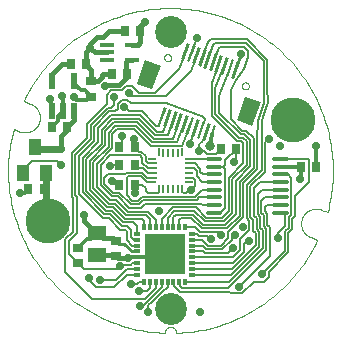
<source format=gtl>
G75*
%MOIN*%
%OFA0B0*%
%FSLAX25Y25*%
%IPPOS*%
%LPD*%
%AMOC8*
5,1,8,0,0,1.08239X$1,22.5*
%
%ADD10C,0.00004*%
%ADD11C,0.00000*%
%ADD12R,0.02756X0.03543*%
%ADD13R,0.05906X0.05118*%
%ADD14R,0.03543X0.02756*%
%ADD15R,0.02362X0.01181*%
%ADD16R,0.01181X0.02362*%
%ADD17R,0.13583X0.13583*%
%ADD18R,0.00800X0.02520*%
%ADD19R,0.00800X0.02600*%
%ADD20R,0.02520X0.00800*%
%ADD21R,0.02600X0.00800*%
%ADD22R,0.04600X0.01400*%
%ADD23C,0.01378*%
%ADD24C,0.14961*%
%ADD25R,0.00984X0.05906*%
%ADD26R,0.08268X0.05512*%
%ADD27R,0.02000X0.05200*%
%ADD28R,0.03937X0.05512*%
%ADD29C,0.01600*%
%ADD30C,0.02775*%
%ADD31C,0.01200*%
%ADD32C,0.00600*%
%ADD33C,0.01000*%
%ADD34C,0.03169*%
%ADD35C,0.10630*%
%ADD36C,0.02400*%
D10*
X0053807Y0001002D02*
X0053811Y0001089D01*
X0053818Y0001176D01*
X0053829Y0001263D01*
X0053845Y0001349D01*
X0053863Y0001434D01*
X0053886Y0001518D01*
X0053912Y0001602D01*
X0053942Y0001684D01*
X0053976Y0001764D01*
X0054013Y0001843D01*
X0054054Y0001921D01*
X0054098Y0001996D01*
X0054145Y0002069D01*
X0054196Y0002141D01*
X0054249Y0002210D01*
X0054306Y0002276D01*
X0054366Y0002340D01*
X0054428Y0002401D01*
X0054493Y0002459D01*
X0054560Y0002515D01*
X0054630Y0002567D01*
X0054702Y0002617D01*
X0054777Y0002663D01*
X0054853Y0002705D01*
X0054931Y0002744D01*
X0055011Y0002780D01*
X0055092Y0002812D01*
X0055174Y0002841D01*
X0055258Y0002866D01*
X0055343Y0002887D01*
X0055428Y0002904D01*
X0055515Y0002918D01*
X0055602Y0002927D01*
X0055689Y0002933D01*
X0055776Y0002935D01*
X0055863Y0002933D01*
X0055950Y0002927D01*
X0056037Y0002918D01*
X0056124Y0002904D01*
X0056209Y0002887D01*
X0056294Y0002866D01*
X0056378Y0002841D01*
X0056460Y0002812D01*
X0056541Y0002780D01*
X0056621Y0002744D01*
X0056699Y0002705D01*
X0056775Y0002663D01*
X0056850Y0002617D01*
X0056922Y0002567D01*
X0056992Y0002515D01*
X0057059Y0002459D01*
X0057124Y0002401D01*
X0057186Y0002340D01*
X0057246Y0002276D01*
X0057303Y0002210D01*
X0057356Y0002141D01*
X0057407Y0002069D01*
X0057454Y0001996D01*
X0057498Y0001921D01*
X0057539Y0001843D01*
X0057576Y0001764D01*
X0057610Y0001684D01*
X0057640Y0001602D01*
X0057666Y0001518D01*
X0057689Y0001434D01*
X0057707Y0001349D01*
X0057723Y0001263D01*
X0057734Y0001176D01*
X0057741Y0001089D01*
X0057745Y0001002D01*
X0102557Y0032836D02*
X0104751Y0032037D01*
X0102557Y0032836D02*
X0102427Y0032885D01*
X0102298Y0032938D01*
X0102171Y0032995D01*
X0102045Y0033056D01*
X0101922Y0033119D01*
X0101800Y0033187D01*
X0101680Y0033258D01*
X0101562Y0033332D01*
X0101446Y0033409D01*
X0101333Y0033490D01*
X0101221Y0033574D01*
X0101113Y0033661D01*
X0101006Y0033751D01*
X0100903Y0033844D01*
X0100802Y0033940D01*
X0100703Y0034038D01*
X0100608Y0034140D01*
X0100515Y0034244D01*
X0100426Y0034351D01*
X0100339Y0034460D01*
X0100256Y0034571D01*
X0100176Y0034685D01*
X0100099Y0034801D01*
X0100025Y0034920D01*
X0099955Y0035040D01*
X0099888Y0035162D01*
X0099825Y0035286D01*
X0099765Y0035412D01*
X0099709Y0035539D01*
X0099657Y0035668D01*
X0099608Y0035799D01*
X0099563Y0035930D01*
X0099521Y0036063D01*
X0099484Y0036198D01*
X0099450Y0036333D01*
X0099420Y0036469D01*
X0099394Y0036605D01*
X0099372Y0036743D01*
X0099353Y0036881D01*
X0099339Y0037020D01*
X0099328Y0037158D01*
X0099322Y0037298D01*
X0099319Y0037437D01*
X0099320Y0037576D01*
X0099326Y0037715D01*
X0099335Y0037854D01*
X0099348Y0037993D01*
X0099365Y0038131D01*
X0099386Y0038269D01*
X0099411Y0038406D01*
X0099439Y0038542D01*
X0099472Y0038678D01*
X0099508Y0038812D01*
X0099549Y0038945D01*
X0099592Y0039077D01*
X0099640Y0039208D01*
X0099691Y0039338D01*
X0099746Y0039466D01*
X0099805Y0039592D01*
X0099867Y0039717D01*
X0099933Y0039840D01*
X0100002Y0039961D01*
X0100074Y0040080D01*
X0100150Y0040196D01*
X0100229Y0040311D01*
X0100311Y0040423D01*
X0100397Y0040533D01*
X0100485Y0040641D01*
X0100577Y0040746D01*
X0100671Y0040848D01*
X0100769Y0040948D01*
X0100869Y0041045D01*
X0100971Y0041139D01*
X0101077Y0041230D01*
X0101185Y0041318D01*
X0101295Y0041403D01*
X0101408Y0041484D01*
X0101523Y0041563D01*
X0101640Y0041638D01*
X0101759Y0041710D01*
X0101881Y0041779D01*
X0102004Y0041844D01*
X0102129Y0041905D01*
X0102255Y0041963D01*
X0102384Y0042017D01*
X0102513Y0042068D01*
X0102644Y0042115D01*
X0102777Y0042158D01*
X0102910Y0042198D01*
X0103045Y0042234D01*
X0103181Y0042266D01*
X0103317Y0042294D01*
X0103454Y0042318D01*
X0103592Y0042338D01*
X0103730Y0042355D01*
X0103869Y0042367D01*
X0104008Y0042376D01*
X0104147Y0042380D01*
X0104286Y0042381D01*
X0104426Y0042377D01*
X0104565Y0042370D01*
X0104704Y0042359D01*
X0104842Y0042344D01*
X0104980Y0042325D01*
X0105117Y0042302D01*
X0105254Y0042275D01*
X0105390Y0042245D01*
X0105525Y0042210D01*
X0105659Y0042172D01*
X0105792Y0042130D01*
X0105923Y0042084D01*
X0105923Y0042085D02*
X0108117Y0041286D01*
X0053808Y0001002D02*
X0052498Y0001065D01*
X0051190Y0001161D01*
X0049885Y0001287D01*
X0048583Y0001446D01*
X0047286Y0001636D01*
X0045994Y0001857D01*
X0044707Y0002110D01*
X0043427Y0002393D01*
X0042154Y0002708D01*
X0040889Y0003053D01*
X0039633Y0003429D01*
X0038386Y0003835D01*
X0037149Y0004271D01*
X0035924Y0004737D01*
X0034710Y0005233D01*
X0033508Y0005758D01*
X0032320Y0006312D01*
X0031145Y0006894D01*
X0029985Y0007505D01*
X0028840Y0008143D01*
X0027710Y0008810D01*
X0026597Y0009503D01*
X0025501Y0010223D01*
X0024423Y0010969D01*
X0023364Y0011742D01*
X0022323Y0012540D01*
X0021302Y0013362D01*
X0020301Y0014209D01*
X0019321Y0015081D01*
X0018363Y0015975D01*
X0017426Y0016893D01*
X0016512Y0017833D01*
X0015621Y0018795D01*
X0014753Y0019778D01*
X0013910Y0020782D01*
X0013091Y0021806D01*
X0012297Y0022850D01*
X0011529Y0023912D01*
X0010786Y0024993D01*
X0010070Y0026091D01*
X0009381Y0027207D01*
X0008719Y0028339D01*
X0008085Y0029486D01*
X0007479Y0030649D01*
X0006901Y0031826D01*
X0006351Y0033016D01*
X0005831Y0034220D01*
X0005340Y0035436D01*
X0004878Y0036663D01*
X0004447Y0037901D01*
X0004045Y0039150D01*
X0003674Y0040407D01*
X0003334Y0041673D01*
X0003024Y0042947D01*
X0002745Y0044229D01*
X0002497Y0045516D01*
X0002281Y0046809D01*
X0002096Y0048108D01*
X0001942Y0049410D01*
X0001820Y0050715D01*
X0001729Y0052023D01*
X0001671Y0053333D01*
X0001644Y0054644D01*
X0001649Y0055955D01*
X0001685Y0057266D01*
X0001754Y0058576D01*
X0001854Y0059883D01*
X0001985Y0061188D01*
X0002149Y0062489D01*
X0002343Y0063785D01*
X0002569Y0065077D01*
X0002827Y0066363D01*
X0003115Y0067642D01*
X0003434Y0068914D01*
X0005628Y0068115D01*
X0005628Y0068116D02*
X0005759Y0068070D01*
X0005892Y0068028D01*
X0006026Y0067990D01*
X0006161Y0067955D01*
X0006297Y0067925D01*
X0006434Y0067898D01*
X0006571Y0067875D01*
X0006709Y0067856D01*
X0006847Y0067841D01*
X0006986Y0067830D01*
X0007125Y0067823D01*
X0007265Y0067819D01*
X0007404Y0067820D01*
X0007543Y0067824D01*
X0007682Y0067833D01*
X0007821Y0067845D01*
X0007959Y0067862D01*
X0008097Y0067882D01*
X0008234Y0067906D01*
X0008370Y0067934D01*
X0008506Y0067966D01*
X0008641Y0068002D01*
X0008774Y0068042D01*
X0008907Y0068085D01*
X0009038Y0068132D01*
X0009167Y0068183D01*
X0009296Y0068237D01*
X0009422Y0068295D01*
X0009547Y0068356D01*
X0009670Y0068421D01*
X0009792Y0068490D01*
X0009911Y0068562D01*
X0010028Y0068637D01*
X0010143Y0068716D01*
X0010256Y0068797D01*
X0010366Y0068882D01*
X0010474Y0068970D01*
X0010580Y0069061D01*
X0010682Y0069155D01*
X0010782Y0069252D01*
X0010880Y0069352D01*
X0010974Y0069454D01*
X0011066Y0069559D01*
X0011154Y0069667D01*
X0011240Y0069777D01*
X0011322Y0069889D01*
X0011401Y0070004D01*
X0011477Y0070120D01*
X0011549Y0070239D01*
X0011618Y0070360D01*
X0011684Y0070483D01*
X0011746Y0070608D01*
X0011805Y0070734D01*
X0011860Y0070862D01*
X0011911Y0070992D01*
X0011959Y0071123D01*
X0012002Y0071255D01*
X0012043Y0071388D01*
X0012079Y0071522D01*
X0012112Y0071658D01*
X0012140Y0071794D01*
X0012165Y0071931D01*
X0012186Y0072069D01*
X0012203Y0072207D01*
X0012216Y0072346D01*
X0012225Y0072485D01*
X0012231Y0072624D01*
X0012232Y0072763D01*
X0012229Y0072902D01*
X0012223Y0073042D01*
X0012212Y0073180D01*
X0012198Y0073319D01*
X0012179Y0073457D01*
X0012157Y0073595D01*
X0012131Y0073731D01*
X0012101Y0073867D01*
X0012067Y0074002D01*
X0012030Y0074137D01*
X0011988Y0074270D01*
X0011943Y0074401D01*
X0011894Y0074532D01*
X0011842Y0074661D01*
X0011786Y0074788D01*
X0011726Y0074914D01*
X0011663Y0075038D01*
X0011596Y0075160D01*
X0011526Y0075280D01*
X0011452Y0075399D01*
X0011375Y0075515D01*
X0011295Y0075629D01*
X0011212Y0075740D01*
X0011125Y0075849D01*
X0011036Y0075956D01*
X0010943Y0076060D01*
X0010848Y0076162D01*
X0010749Y0076260D01*
X0010648Y0076356D01*
X0010545Y0076449D01*
X0010438Y0076539D01*
X0010330Y0076626D01*
X0010218Y0076710D01*
X0010105Y0076791D01*
X0009989Y0076868D01*
X0009871Y0076942D01*
X0009751Y0077013D01*
X0009629Y0077081D01*
X0009506Y0077144D01*
X0009380Y0077205D01*
X0009253Y0077262D01*
X0009124Y0077315D01*
X0008994Y0077364D01*
X0006800Y0078163D01*
X0007379Y0079354D01*
X0007986Y0080530D01*
X0008623Y0081691D01*
X0009287Y0082837D01*
X0009979Y0083965D01*
X0010699Y0085077D01*
X0011445Y0086170D01*
X0012219Y0087245D01*
X0013018Y0088301D01*
X0013843Y0089337D01*
X0014692Y0090352D01*
X0015567Y0091346D01*
X0016465Y0092319D01*
X0017387Y0093269D01*
X0018332Y0094196D01*
X0019299Y0095100D01*
X0020289Y0095981D01*
X0021299Y0096836D01*
X0022330Y0097667D01*
X0023381Y0098472D01*
X0024451Y0099251D01*
X0025541Y0100004D01*
X0026648Y0100730D01*
X0027773Y0101429D01*
X0028914Y0102100D01*
X0030071Y0102743D01*
X0031244Y0103357D01*
X0032432Y0103943D01*
X0033633Y0104499D01*
X0034848Y0105026D01*
X0036075Y0105523D01*
X0037314Y0105990D01*
X0038564Y0106426D01*
X0039825Y0106832D01*
X0041095Y0107206D01*
X0042373Y0107550D01*
X0043660Y0107862D01*
X0044954Y0108142D01*
X0046255Y0108391D01*
X0047561Y0108608D01*
X0048872Y0108793D01*
X0050187Y0108946D01*
X0051506Y0109066D01*
X0052827Y0109155D01*
X0054149Y0109211D01*
X0055473Y0109234D01*
X0056797Y0109225D01*
X0058121Y0109184D01*
X0059443Y0109111D01*
X0060763Y0109005D01*
X0062079Y0108867D01*
X0063392Y0108697D01*
X0064701Y0108494D01*
X0066004Y0108260D01*
X0067301Y0107994D01*
X0068591Y0107696D01*
X0069874Y0107367D01*
X0071148Y0107007D01*
X0072413Y0106615D01*
X0073667Y0106193D01*
X0074912Y0105740D01*
X0076144Y0105257D01*
X0077365Y0104744D01*
X0078573Y0104201D01*
X0079767Y0103629D01*
X0080946Y0103028D01*
X0082111Y0102398D01*
X0083260Y0101739D01*
X0084392Y0101053D01*
X0085507Y0100340D01*
X0086605Y0099599D01*
X0087684Y0098832D01*
X0088744Y0098038D01*
X0089784Y0097219D01*
X0090804Y0096375D01*
X0091803Y0095506D01*
X0092780Y0094613D01*
X0093736Y0093696D01*
X0094668Y0092756D01*
X0095577Y0091793D01*
X0096463Y0090809D01*
X0097324Y0089803D01*
X0098160Y0088777D01*
X0098971Y0087730D01*
X0099756Y0086664D01*
X0100515Y0085579D01*
X0101247Y0084476D01*
X0101952Y0083355D01*
X0102629Y0082217D01*
X0103278Y0081063D01*
X0103899Y0079894D01*
X0104491Y0078709D01*
X0105054Y0077511D01*
X0105587Y0076299D01*
X0106091Y0075074D01*
X0106564Y0073838D01*
X0107007Y0072590D01*
X0107419Y0071332D01*
X0107801Y0070064D01*
X0108151Y0068787D01*
X0108470Y0067502D01*
X0108758Y0066210D01*
X0109014Y0064911D01*
X0109238Y0063606D01*
X0109430Y0062296D01*
X0109590Y0060981D01*
X0109717Y0059663D01*
X0109813Y0058343D01*
X0109876Y0057020D01*
X0109907Y0055697D01*
X0109905Y0054373D01*
X0109871Y0053049D01*
X0109805Y0051727D01*
X0109706Y0050406D01*
X0109575Y0049089D01*
X0109412Y0047775D01*
X0109217Y0046465D01*
X0108990Y0045161D01*
X0108731Y0043862D01*
X0108440Y0042571D01*
X0108118Y0041286D01*
D11*
X0079527Y0083310D02*
X0079529Y0083379D01*
X0079535Y0083447D01*
X0079545Y0083515D01*
X0079559Y0083582D01*
X0079577Y0083649D01*
X0079598Y0083714D01*
X0079624Y0083778D01*
X0079653Y0083840D01*
X0079685Y0083900D01*
X0079721Y0083959D01*
X0079761Y0084015D01*
X0079803Y0084069D01*
X0079849Y0084120D01*
X0079898Y0084169D01*
X0079949Y0084215D01*
X0080003Y0084257D01*
X0080059Y0084297D01*
X0080117Y0084333D01*
X0080178Y0084365D01*
X0080240Y0084394D01*
X0080304Y0084420D01*
X0080369Y0084441D01*
X0080436Y0084459D01*
X0080503Y0084473D01*
X0080571Y0084483D01*
X0080639Y0084489D01*
X0080708Y0084491D01*
X0080777Y0084489D01*
X0080845Y0084483D01*
X0080913Y0084473D01*
X0080980Y0084459D01*
X0081047Y0084441D01*
X0081112Y0084420D01*
X0081176Y0084394D01*
X0081238Y0084365D01*
X0081298Y0084333D01*
X0081357Y0084297D01*
X0081413Y0084257D01*
X0081467Y0084215D01*
X0081518Y0084169D01*
X0081567Y0084120D01*
X0081613Y0084069D01*
X0081655Y0084015D01*
X0081695Y0083959D01*
X0081731Y0083900D01*
X0081763Y0083840D01*
X0081792Y0083778D01*
X0081818Y0083714D01*
X0081839Y0083649D01*
X0081857Y0083582D01*
X0081871Y0083515D01*
X0081881Y0083447D01*
X0081887Y0083379D01*
X0081889Y0083310D01*
X0081887Y0083241D01*
X0081881Y0083173D01*
X0081871Y0083105D01*
X0081857Y0083038D01*
X0081839Y0082971D01*
X0081818Y0082906D01*
X0081792Y0082842D01*
X0081763Y0082780D01*
X0081731Y0082719D01*
X0081695Y0082661D01*
X0081655Y0082605D01*
X0081613Y0082551D01*
X0081567Y0082500D01*
X0081518Y0082451D01*
X0081467Y0082405D01*
X0081413Y0082363D01*
X0081357Y0082323D01*
X0081299Y0082287D01*
X0081238Y0082255D01*
X0081176Y0082226D01*
X0081112Y0082200D01*
X0081047Y0082179D01*
X0080980Y0082161D01*
X0080913Y0082147D01*
X0080845Y0082137D01*
X0080777Y0082131D01*
X0080708Y0082129D01*
X0080639Y0082131D01*
X0080571Y0082137D01*
X0080503Y0082147D01*
X0080436Y0082161D01*
X0080369Y0082179D01*
X0080304Y0082200D01*
X0080240Y0082226D01*
X0080178Y0082255D01*
X0080117Y0082287D01*
X0080059Y0082323D01*
X0080003Y0082363D01*
X0079949Y0082405D01*
X0079898Y0082451D01*
X0079849Y0082500D01*
X0079803Y0082551D01*
X0079761Y0082605D01*
X0079721Y0082661D01*
X0079685Y0082719D01*
X0079653Y0082780D01*
X0079624Y0082842D01*
X0079598Y0082906D01*
X0079577Y0082971D01*
X0079559Y0083038D01*
X0079545Y0083105D01*
X0079535Y0083173D01*
X0079529Y0083241D01*
X0079527Y0083310D01*
X0053630Y0092736D02*
X0053632Y0092805D01*
X0053638Y0092873D01*
X0053648Y0092941D01*
X0053662Y0093008D01*
X0053680Y0093075D01*
X0053701Y0093140D01*
X0053727Y0093204D01*
X0053756Y0093266D01*
X0053788Y0093326D01*
X0053824Y0093385D01*
X0053864Y0093441D01*
X0053906Y0093495D01*
X0053952Y0093546D01*
X0054001Y0093595D01*
X0054052Y0093641D01*
X0054106Y0093683D01*
X0054162Y0093723D01*
X0054220Y0093759D01*
X0054281Y0093791D01*
X0054343Y0093820D01*
X0054407Y0093846D01*
X0054472Y0093867D01*
X0054539Y0093885D01*
X0054606Y0093899D01*
X0054674Y0093909D01*
X0054742Y0093915D01*
X0054811Y0093917D01*
X0054880Y0093915D01*
X0054948Y0093909D01*
X0055016Y0093899D01*
X0055083Y0093885D01*
X0055150Y0093867D01*
X0055215Y0093846D01*
X0055279Y0093820D01*
X0055341Y0093791D01*
X0055401Y0093759D01*
X0055460Y0093723D01*
X0055516Y0093683D01*
X0055570Y0093641D01*
X0055621Y0093595D01*
X0055670Y0093546D01*
X0055716Y0093495D01*
X0055758Y0093441D01*
X0055798Y0093385D01*
X0055834Y0093326D01*
X0055866Y0093266D01*
X0055895Y0093204D01*
X0055921Y0093140D01*
X0055942Y0093075D01*
X0055960Y0093008D01*
X0055974Y0092941D01*
X0055984Y0092873D01*
X0055990Y0092805D01*
X0055992Y0092736D01*
X0055990Y0092667D01*
X0055984Y0092599D01*
X0055974Y0092531D01*
X0055960Y0092464D01*
X0055942Y0092397D01*
X0055921Y0092332D01*
X0055895Y0092268D01*
X0055866Y0092206D01*
X0055834Y0092145D01*
X0055798Y0092087D01*
X0055758Y0092031D01*
X0055716Y0091977D01*
X0055670Y0091926D01*
X0055621Y0091877D01*
X0055570Y0091831D01*
X0055516Y0091789D01*
X0055460Y0091749D01*
X0055402Y0091713D01*
X0055341Y0091681D01*
X0055279Y0091652D01*
X0055215Y0091626D01*
X0055150Y0091605D01*
X0055083Y0091587D01*
X0055016Y0091573D01*
X0054948Y0091563D01*
X0054880Y0091557D01*
X0054811Y0091555D01*
X0054742Y0091557D01*
X0054674Y0091563D01*
X0054606Y0091573D01*
X0054539Y0091587D01*
X0054472Y0091605D01*
X0054407Y0091626D01*
X0054343Y0091652D01*
X0054281Y0091681D01*
X0054220Y0091713D01*
X0054162Y0091749D01*
X0054106Y0091789D01*
X0054052Y0091831D01*
X0054001Y0091877D01*
X0053952Y0091926D01*
X0053906Y0091977D01*
X0053864Y0092031D01*
X0053824Y0092087D01*
X0053788Y0092145D01*
X0053756Y0092206D01*
X0053727Y0092268D01*
X0053701Y0092332D01*
X0053680Y0092397D01*
X0053662Y0092464D01*
X0053648Y0092531D01*
X0053638Y0092599D01*
X0053632Y0092667D01*
X0053630Y0092736D01*
X0104750Y0032037D02*
X0104175Y0030853D01*
X0103571Y0029683D01*
X0102939Y0028529D01*
X0102279Y0027390D01*
X0101591Y0026267D01*
X0100877Y0025161D01*
X0100136Y0024074D01*
X0099368Y0023004D01*
X0098575Y0021954D01*
X0097756Y0020923D01*
X0096913Y0019912D01*
X0096045Y0018922D01*
X0095153Y0017954D01*
X0094238Y0017007D01*
X0093301Y0016083D01*
X0092341Y0015182D01*
X0091359Y0014305D01*
X0090357Y0013452D01*
X0089334Y0012623D01*
X0088291Y0011820D01*
X0087229Y0011042D01*
X0086148Y0010290D01*
X0085050Y0009565D01*
X0083934Y0008866D01*
X0082801Y0008195D01*
X0081653Y0007552D01*
X0080489Y0006937D01*
X0079311Y0006350D01*
X0078118Y0005792D01*
X0076913Y0005263D01*
X0075695Y0004764D01*
X0074465Y0004295D01*
X0073224Y0003855D01*
X0071973Y0003446D01*
X0070712Y0003068D01*
X0069442Y0002720D01*
X0068165Y0002403D01*
X0066880Y0002117D01*
X0065588Y0001863D01*
X0064291Y0001640D01*
X0062988Y0001449D01*
X0061681Y0001289D01*
X0060371Y0001161D01*
X0059058Y0001066D01*
X0057743Y0001002D01*
D12*
X0013453Y0048801D03*
X0008335Y0048801D03*
X0016209Y0069667D03*
X0021327Y0069667D03*
X0038650Y0062974D03*
X0043768Y0062974D03*
X0043768Y0057069D03*
X0038650Y0057069D03*
X0038650Y0050376D03*
X0043768Y0050376D03*
X0072508Y0062187D03*
X0077626Y0062187D03*
X0099280Y0056281D03*
X0104398Y0056281D03*
X0045736Y0101557D03*
X0040618Y0101557D03*
X0027626Y0090533D03*
X0022508Y0090533D03*
X0036287Y0087384D03*
X0041406Y0087384D03*
D13*
X0031366Y0034431D03*
X0031366Y0026950D03*
D14*
X0037665Y0026557D03*
X0037665Y0031675D03*
X0025067Y0029313D03*
X0025067Y0024195D03*
X0029398Y0079706D03*
X0029398Y0084824D03*
D15*
X0044555Y0034037D03*
X0044555Y0032069D03*
X0044555Y0030100D03*
X0044555Y0028132D03*
X0044555Y0026163D03*
X0044555Y0024195D03*
X0044555Y0022226D03*
X0044555Y0020258D03*
X0063059Y0020258D03*
X0063059Y0022226D03*
X0063059Y0024195D03*
X0063059Y0026163D03*
X0063059Y0028132D03*
X0063059Y0030100D03*
X0063059Y0032069D03*
X0063059Y0034037D03*
D16*
X0060697Y0036399D03*
X0058728Y0036399D03*
X0056760Y0036399D03*
X0054791Y0036399D03*
X0052823Y0036399D03*
X0050854Y0036399D03*
X0048886Y0036399D03*
X0046917Y0036399D03*
X0046917Y0017895D03*
X0048886Y0017895D03*
X0050854Y0017895D03*
X0052823Y0017895D03*
X0054791Y0017895D03*
X0056760Y0017895D03*
X0058728Y0017895D03*
X0060697Y0017895D03*
D17*
X0053807Y0027147D03*
D18*
X0051839Y0049061D03*
X0059713Y0049061D03*
X0059713Y0061139D03*
X0051839Y0061139D03*
D19*
X0053413Y0061100D03*
X0054988Y0061100D03*
X0056563Y0061100D03*
X0058138Y0061100D03*
X0058138Y0049100D03*
X0056563Y0049100D03*
X0054988Y0049100D03*
X0053413Y0049100D03*
D20*
X0049736Y0051163D03*
X0049736Y0059037D03*
X0061815Y0059037D03*
X0061815Y0051163D03*
D21*
X0061776Y0052738D03*
X0061776Y0054313D03*
X0061776Y0055887D03*
X0061776Y0057462D03*
X0049776Y0057462D03*
X0049776Y0055887D03*
X0049776Y0054313D03*
X0049776Y0052738D03*
D22*
X0042946Y0091911D03*
X0042946Y0097029D03*
X0034746Y0097029D03*
X0034746Y0094470D03*
X0034746Y0091911D03*
D23*
X0068276Y0058939D02*
X0072410Y0058939D01*
X0072410Y0056380D02*
X0068276Y0056380D01*
X0068276Y0053821D02*
X0072410Y0053821D01*
X0072410Y0051261D02*
X0068276Y0051261D01*
X0068276Y0048702D02*
X0072410Y0048702D01*
X0072410Y0046143D02*
X0068276Y0046143D01*
X0068276Y0043584D02*
X0072410Y0043584D01*
X0072410Y0041025D02*
X0068276Y0041025D01*
X0090323Y0041025D02*
X0094457Y0041025D01*
X0094457Y0043584D02*
X0090323Y0043584D01*
X0090323Y0046143D02*
X0094457Y0046143D01*
X0094457Y0048702D02*
X0090323Y0048702D01*
X0090323Y0051261D02*
X0094457Y0051261D01*
X0094457Y0053821D02*
X0090323Y0053821D01*
X0090323Y0056380D02*
X0094457Y0056380D01*
X0094457Y0058939D02*
X0090323Y0058939D01*
D24*
X0096695Y0072050D03*
X0014856Y0038150D03*
D25*
G36*
X0052425Y0070352D02*
X0051500Y0070689D01*
X0053519Y0076238D01*
X0054444Y0075901D01*
X0052425Y0070352D01*
G37*
G36*
X0054275Y0069678D02*
X0053350Y0070015D01*
X0055369Y0075564D01*
X0056294Y0075227D01*
X0054275Y0069678D01*
G37*
G36*
X0056124Y0069005D02*
X0055199Y0069342D01*
X0057218Y0074891D01*
X0058143Y0074554D01*
X0056124Y0069005D01*
G37*
G36*
X0057974Y0068332D02*
X0057049Y0068669D01*
X0059068Y0074218D01*
X0059993Y0073881D01*
X0057974Y0068332D01*
G37*
G36*
X0059824Y0067659D02*
X0058899Y0067996D01*
X0060918Y0073545D01*
X0061843Y0073208D01*
X0059824Y0067659D01*
G37*
G36*
X0061674Y0066985D02*
X0060749Y0067322D01*
X0062768Y0072871D01*
X0063693Y0072534D01*
X0061674Y0066985D01*
G37*
G36*
X0063524Y0066312D02*
X0062599Y0066649D01*
X0064618Y0072198D01*
X0065543Y0071861D01*
X0063524Y0066312D01*
G37*
G36*
X0065373Y0065639D02*
X0064448Y0065976D01*
X0066467Y0071525D01*
X0067392Y0071188D01*
X0065373Y0065639D01*
G37*
G36*
X0067223Y0064966D02*
X0066298Y0065303D01*
X0068317Y0070852D01*
X0069242Y0070515D01*
X0067223Y0064966D01*
G37*
G36*
X0069073Y0064292D02*
X0068148Y0064629D01*
X0070167Y0070178D01*
X0071092Y0069841D01*
X0069073Y0064292D01*
G37*
G36*
X0076883Y0085750D02*
X0075958Y0086087D01*
X0077977Y0091636D01*
X0078902Y0091299D01*
X0076883Y0085750D01*
G37*
G36*
X0075033Y0086423D02*
X0074108Y0086760D01*
X0076127Y0092309D01*
X0077052Y0091972D01*
X0075033Y0086423D01*
G37*
G36*
X0073183Y0087096D02*
X0072258Y0087433D01*
X0074277Y0092982D01*
X0075202Y0092645D01*
X0073183Y0087096D01*
G37*
G36*
X0071333Y0087770D02*
X0070408Y0088107D01*
X0072427Y0093656D01*
X0073352Y0093319D01*
X0071333Y0087770D01*
G37*
G36*
X0069484Y0088443D02*
X0068559Y0088780D01*
X0070578Y0094329D01*
X0071503Y0093992D01*
X0069484Y0088443D01*
G37*
G36*
X0067634Y0089116D02*
X0066709Y0089453D01*
X0068728Y0095002D01*
X0069653Y0094665D01*
X0067634Y0089116D01*
G37*
G36*
X0065784Y0089789D02*
X0064859Y0090126D01*
X0066878Y0095675D01*
X0067803Y0095338D01*
X0065784Y0089789D01*
G37*
G36*
X0063934Y0090463D02*
X0063009Y0090800D01*
X0065028Y0096349D01*
X0065953Y0096012D01*
X0063934Y0090463D01*
G37*
G36*
X0062084Y0091136D02*
X0061159Y0091473D01*
X0063178Y0097022D01*
X0064103Y0096685D01*
X0062084Y0091136D01*
G37*
G36*
X0060235Y0091809D02*
X0059310Y0092146D01*
X0061329Y0097695D01*
X0062254Y0097358D01*
X0060235Y0091809D01*
G37*
D26*
G36*
X0044550Y0084111D02*
X0047378Y0091880D01*
X0052556Y0089995D01*
X0049728Y0082226D01*
X0044550Y0084111D01*
G37*
G36*
X0077846Y0071992D02*
X0080674Y0079761D01*
X0085852Y0077876D01*
X0083024Y0070107D01*
X0077846Y0071992D01*
G37*
D27*
X0023689Y0074803D03*
X0019949Y0074803D03*
X0016209Y0074803D03*
X0016209Y0085003D03*
X0023689Y0085003D03*
D28*
X0010500Y0062974D03*
X0006760Y0054313D03*
X0014240Y0054313D03*
D29*
X0019105Y0062243D02*
X0019105Y0066461D01*
X0021327Y0068683D01*
X0021327Y0069667D01*
X0023689Y0072029D01*
X0023689Y0074803D01*
X0023689Y0084037D02*
X0023689Y0085003D01*
X0022508Y0090533D02*
X0019555Y0090533D01*
X0016209Y0087187D01*
X0016209Y0085003D01*
X0027626Y0090533D02*
X0027626Y0094667D01*
X0029004Y0096045D01*
X0029004Y0097226D01*
X0031366Y0099588D01*
X0033335Y0099588D01*
X0035303Y0101557D01*
X0040618Y0101557D01*
X0042946Y0097029D02*
X0044949Y0097029D01*
X0045736Y0097817D01*
X0045736Y0101557D01*
X0045736Y0103328D01*
X0047114Y0104706D01*
X0042946Y0091911D02*
X0041406Y0091911D01*
X0040815Y0091321D01*
X0040815Y0087974D01*
X0041406Y0087384D01*
X0041406Y0086450D01*
X0038453Y0083497D01*
X0034396Y0083497D01*
X0034037Y0083138D01*
X0031760Y0085021D02*
X0032941Y0086202D01*
X0032941Y0086990D01*
X0033335Y0087384D01*
X0036287Y0087384D01*
X0031760Y0085021D02*
X0029398Y0085021D01*
X0029398Y0084824D01*
X0029398Y0085021D02*
X0029398Y0088761D01*
X0027626Y0090533D01*
X0030579Y0094470D02*
X0029004Y0096045D01*
X0030579Y0094470D02*
X0034746Y0094470D01*
X0027004Y0040219D02*
X0027004Y0038399D01*
X0030972Y0034431D01*
X0031366Y0034431D01*
X0033138Y0032659D01*
X0036681Y0032659D01*
X0037665Y0031675D01*
X0037272Y0026950D02*
X0037665Y0026557D01*
X0038243Y0025979D01*
X0039970Y0025979D01*
X0039982Y0025966D01*
X0041602Y0025966D01*
X0037272Y0026950D02*
X0031366Y0026950D01*
D30*
X0038815Y0023191D03*
X0041602Y0025966D03*
X0042554Y0017308D03*
X0045195Y0014894D03*
X0045539Y0010121D03*
X0048273Y0007800D03*
X0032154Y0018486D03*
X0028579Y0019273D03*
X0027004Y0040219D03*
X0036220Y0051686D03*
X0035697Y0056675D03*
X0043571Y0065730D03*
X0039634Y0066517D03*
X0040421Y0076360D03*
X0036878Y0079509D03*
X0034037Y0083138D03*
X0041996Y0080935D03*
X0029004Y0096045D03*
X0019555Y0079903D03*
X0015618Y0079116D03*
X0023492Y0079509D03*
X0019105Y0062243D03*
X0019161Y0057069D03*
X0005650Y0047660D03*
X0043965Y0047620D03*
X0052003Y0041634D03*
X0062695Y0048776D03*
X0065106Y0061559D03*
X0062382Y0063890D03*
X0077035Y0057856D03*
X0088453Y0065730D03*
X0092390Y0063368D03*
X0104201Y0063368D03*
X0099083Y0052344D03*
X0091602Y0032659D03*
X0081878Y0031754D03*
X0079807Y0036153D03*
X0077280Y0033625D03*
X0076737Y0029414D03*
X0072705Y0033549D03*
X0069130Y0032349D03*
X0078703Y0016425D03*
X0086226Y0020713D03*
X0065618Y0007856D03*
X0079398Y0094076D03*
X0064437Y0099195D03*
X0047114Y0104706D03*
D31*
X0027232Y0081872D02*
X0025854Y0081872D01*
X0023689Y0084037D01*
X0027232Y0081872D02*
X0029398Y0079706D01*
X0029004Y0079313D01*
X0028610Y0079313D01*
X0028020Y0078722D01*
X0024280Y0078722D01*
X0023492Y0079509D01*
X0019949Y0079509D02*
X0019949Y0074803D01*
X0018409Y0073263D01*
X0018409Y0071706D01*
X0017706Y0071003D01*
X0017545Y0071003D01*
X0016209Y0069667D01*
X0019949Y0079509D02*
X0019555Y0079903D01*
X0014240Y0051950D02*
X0014240Y0049588D01*
X0013453Y0048801D01*
X0008335Y0048801D02*
X0007194Y0047660D01*
X0005650Y0047660D01*
X0025067Y0029313D02*
X0028020Y0032265D01*
X0029201Y0032265D01*
X0031366Y0034431D01*
X0041602Y0025966D02*
X0041799Y0026163D01*
X0044555Y0026163D01*
X0052823Y0026163D01*
X0053807Y0027147D01*
X0068779Y0063282D02*
X0069620Y0067235D01*
X0092390Y0056380D02*
X0099181Y0056380D01*
X0099280Y0056281D01*
X0099280Y0052541D01*
X0099083Y0052344D01*
X0104201Y0056478D02*
X0104201Y0063368D01*
X0104201Y0056478D02*
X0104398Y0056281D01*
D32*
X0029569Y0012409D02*
X0020736Y0021242D01*
X0020736Y0032179D01*
X0023236Y0034679D01*
X0023236Y0045908D01*
X0022838Y0046306D01*
X0022838Y0060935D01*
X0027972Y0066070D01*
X0027972Y0070757D01*
X0034516Y0077301D01*
X0034516Y0080297D01*
X0034591Y0080372D01*
X0034591Y0080457D01*
X0035930Y0081797D01*
X0039623Y0081797D01*
X0041049Y0083222D01*
X0042944Y0083222D01*
X0043113Y0083053D01*
X0043177Y0083053D01*
X0045146Y0081084D01*
X0050657Y0081084D01*
X0058531Y0088958D01*
X0060782Y0094752D01*
X0062631Y0094079D02*
X0064437Y0099195D01*
X0068374Y0098013D02*
X0069180Y0098820D01*
X0081283Y0098820D01*
X0088078Y0092025D01*
X0088078Y0083229D01*
X0088236Y0077475D01*
X0088078Y0077054D01*
X0088078Y0077044D01*
X0088072Y0077038D01*
X0086537Y0072936D01*
X0086120Y0071743D01*
X0086120Y0055220D01*
X0081198Y0050299D01*
X0081198Y0039126D01*
X0082095Y0038230D01*
X0082095Y0035205D01*
X0079024Y0032135D01*
X0079024Y0028467D01*
X0076721Y0026163D01*
X0063059Y0026163D01*
X0063059Y0024195D02*
X0076449Y0024195D01*
X0080224Y0027970D01*
X0080224Y0030691D01*
X0081287Y0031754D01*
X0081878Y0031754D01*
X0084165Y0030214D02*
X0084165Y0034191D01*
X0083295Y0035061D01*
X0083295Y0038727D01*
X0082398Y0039623D01*
X0082398Y0049802D01*
X0087320Y0054723D01*
X0087320Y0064597D01*
X0088453Y0065730D01*
X0084704Y0065336D02*
X0084779Y0071543D01*
X0086878Y0077541D01*
X0086878Y0091528D01*
X0080786Y0097620D01*
X0070736Y0097620D01*
X0069949Y0096832D01*
X0068181Y0092059D01*
X0070031Y0091386D02*
X0071917Y0096045D01*
X0072236Y0096364D01*
X0080345Y0096364D01*
X0081760Y0094949D01*
X0081760Y0092895D01*
X0080185Y0088958D01*
X0077659Y0085185D01*
X0075854Y0081872D01*
X0075854Y0072208D01*
X0079604Y0068458D01*
X0080868Y0068458D01*
X0083504Y0065822D01*
X0083504Y0055998D01*
X0078798Y0051293D01*
X0078798Y0040076D01*
X0074559Y0035836D01*
X0066126Y0035836D01*
X0062743Y0039220D01*
X0059319Y0039220D01*
X0058728Y0038629D01*
X0058728Y0036399D01*
X0056760Y0036399D02*
X0056760Y0039622D01*
X0057557Y0040420D01*
X0063240Y0040420D01*
X0066623Y0037036D01*
X0074062Y0037036D01*
X0077598Y0040573D01*
X0077598Y0051790D01*
X0082304Y0056495D01*
X0082304Y0065325D01*
X0080371Y0067258D01*
X0079107Y0067258D01*
X0071955Y0074410D01*
X0071955Y0079903D01*
X0075580Y0089366D01*
X0073730Y0090039D02*
X0070755Y0082659D01*
X0070755Y0073913D01*
X0078610Y0066058D01*
X0079874Y0066058D01*
X0081104Y0064828D01*
X0081104Y0056992D01*
X0076398Y0052287D01*
X0076398Y0041070D01*
X0073565Y0038236D01*
X0067120Y0038236D01*
X0063737Y0041620D01*
X0057060Y0041620D01*
X0054791Y0039351D01*
X0054791Y0036399D01*
X0052823Y0036399D02*
X0052823Y0039080D01*
X0056563Y0042820D01*
X0064234Y0042820D01*
X0067617Y0039436D01*
X0073068Y0039436D01*
X0075198Y0041567D01*
X0075198Y0052784D01*
X0079904Y0057490D01*
X0079904Y0064331D01*
X0079377Y0064858D01*
X0078067Y0064858D01*
X0069555Y0073370D01*
X0069555Y0084234D01*
X0071880Y0090713D01*
X0066331Y0092732D02*
X0068374Y0098013D01*
X0064481Y0093406D02*
X0062469Y0088171D01*
X0054182Y0079884D01*
X0043046Y0079884D01*
X0041996Y0080935D01*
X0041369Y0078647D02*
X0039474Y0078647D01*
X0038134Y0077307D01*
X0038134Y0075572D01*
X0037366Y0074805D01*
X0035414Y0074805D01*
X0030372Y0069763D01*
X0030372Y0065075D01*
X0025238Y0059941D01*
X0025238Y0047300D01*
X0033234Y0039304D01*
X0035214Y0039304D01*
X0039081Y0035437D01*
X0040712Y0035437D01*
X0041274Y0034875D01*
X0041274Y0031806D01*
X0042980Y0030100D01*
X0044555Y0030100D01*
X0044555Y0032069D02*
X0043479Y0032069D01*
X0042474Y0033074D01*
X0042474Y0035372D01*
X0041209Y0036637D01*
X0039578Y0036637D01*
X0035711Y0040504D01*
X0033731Y0040504D01*
X0026438Y0047797D01*
X0026438Y0059444D01*
X0031572Y0064578D01*
X0031572Y0069266D01*
X0035911Y0073605D01*
X0044752Y0073605D01*
X0045719Y0073605D01*
X0051224Y0068100D01*
X0053123Y0068100D01*
X0054822Y0072621D01*
X0056671Y0071948D02*
X0054985Y0066900D01*
X0050727Y0066900D01*
X0045222Y0072405D01*
X0036408Y0072405D01*
X0032772Y0068769D01*
X0032772Y0064081D01*
X0027638Y0058947D01*
X0027638Y0048294D01*
X0034228Y0041704D01*
X0036208Y0041704D01*
X0040075Y0037837D01*
X0043177Y0037837D01*
X0044555Y0036459D01*
X0044555Y0034037D01*
X0046917Y0036399D02*
X0046917Y0038446D01*
X0046327Y0039037D01*
X0040572Y0039037D01*
X0036706Y0042904D01*
X0034725Y0042904D01*
X0028838Y0048791D01*
X0028838Y0058450D01*
X0033972Y0063584D01*
X0033972Y0068272D01*
X0036905Y0071205D01*
X0044725Y0071205D01*
X0050230Y0065700D01*
X0056572Y0065700D01*
X0058521Y0071275D01*
X0060371Y0070602D02*
X0058028Y0064500D01*
X0049733Y0064500D01*
X0044228Y0070005D01*
X0037402Y0070005D01*
X0035172Y0067775D01*
X0035172Y0063087D01*
X0030038Y0057953D01*
X0030038Y0049289D01*
X0035222Y0044104D01*
X0037203Y0044104D01*
X0041070Y0040237D01*
X0047682Y0040237D01*
X0048886Y0039033D01*
X0048886Y0036399D01*
X0050854Y0036399D02*
X0050854Y0038761D01*
X0048179Y0041437D01*
X0041567Y0041437D01*
X0037700Y0045304D01*
X0035719Y0045304D01*
X0031238Y0049786D01*
X0031238Y0057456D01*
X0036372Y0062590D01*
X0036372Y0067277D01*
X0037899Y0068805D01*
X0043731Y0068805D01*
X0049236Y0063300D01*
X0053807Y0063300D01*
X0055776Y0063300D01*
X0058911Y0063300D01*
X0058911Y0063299D01*
X0059713Y0063299D01*
X0062221Y0069928D01*
X0064071Y0069255D02*
X0062862Y0066124D01*
X0062382Y0063890D01*
X0065106Y0063643D02*
X0065106Y0061559D01*
X0066927Y0061559D01*
X0067958Y0060528D01*
X0070849Y0060528D01*
X0072508Y0062187D01*
X0075967Y0060612D02*
X0073998Y0058643D01*
X0073998Y0056984D01*
X0073394Y0056380D01*
X0073998Y0055775D01*
X0073998Y0042614D01*
X0072409Y0041025D01*
X0070343Y0041025D01*
X0070343Y0043584D02*
X0066447Y0043584D01*
X0066012Y0044020D01*
X0047248Y0044020D01*
X0045865Y0042637D01*
X0042064Y0042637D01*
X0038197Y0046504D01*
X0036216Y0046504D01*
X0032438Y0050283D01*
X0032438Y0056959D01*
X0035697Y0060218D01*
X0045539Y0060218D01*
X0046376Y0059381D01*
X0046376Y0057767D01*
X0048256Y0055887D01*
X0049776Y0055887D01*
X0049776Y0054313D02*
X0048134Y0054313D01*
X0046559Y0055887D01*
X0044949Y0055887D01*
X0043768Y0057069D01*
X0046353Y0054397D02*
X0041171Y0054397D01*
X0040748Y0053974D01*
X0035018Y0053974D01*
X0033638Y0052593D01*
X0033638Y0050780D01*
X0036713Y0047704D01*
X0038694Y0047704D01*
X0042561Y0043837D01*
X0045368Y0043837D01*
X0046751Y0045220D01*
X0064468Y0045220D01*
X0065391Y0046143D01*
X0070343Y0046143D01*
X0070343Y0048702D02*
X0066253Y0048702D01*
X0063970Y0046420D01*
X0046254Y0046420D01*
X0044871Y0045037D01*
X0043058Y0045037D01*
X0041209Y0046886D01*
X0041209Y0052738D01*
X0041668Y0053197D01*
X0045855Y0053197D01*
X0047889Y0051163D01*
X0049736Y0051163D01*
X0049776Y0052738D02*
X0048012Y0052738D01*
X0046353Y0054397D01*
X0048378Y0057462D02*
X0047576Y0058264D01*
X0047576Y0059878D01*
X0046036Y0061418D01*
X0045146Y0061418D01*
X0043768Y0062796D01*
X0043768Y0062974D01*
X0043768Y0065533D01*
X0043571Y0065730D01*
X0039634Y0065730D02*
X0039634Y0066517D01*
X0039634Y0065730D02*
X0039437Y0065533D01*
X0039437Y0063761D01*
X0038650Y0062974D01*
X0038650Y0057069D02*
X0036091Y0057069D01*
X0035697Y0056675D01*
X0036220Y0051686D02*
X0037531Y0050376D01*
X0038650Y0050376D01*
X0043768Y0050376D02*
X0043768Y0047817D01*
X0043965Y0047620D01*
X0043768Y0050376D02*
X0046327Y0050376D01*
X0047508Y0049195D01*
X0047508Y0048407D01*
X0048295Y0047620D01*
X0051445Y0047620D01*
X0051839Y0048013D01*
X0051839Y0049061D01*
X0059713Y0049061D02*
X0059713Y0048013D01*
X0060106Y0047620D01*
X0060894Y0047620D01*
X0062050Y0048776D01*
X0062695Y0048776D01*
X0063975Y0050055D01*
X0063975Y0051936D01*
X0063173Y0052738D01*
X0061776Y0052738D01*
X0061776Y0055887D02*
X0063650Y0055887D01*
X0064437Y0055100D01*
X0064437Y0053171D01*
X0066346Y0051261D01*
X0070343Y0051261D01*
X0070343Y0053821D02*
X0066504Y0053821D01*
X0065637Y0054687D01*
X0065637Y0055597D01*
X0063772Y0057462D01*
X0061776Y0057462D01*
X0061815Y0059037D02*
X0064831Y0059037D01*
X0064929Y0058939D01*
X0070343Y0058939D01*
X0070343Y0056380D02*
X0073394Y0056380D01*
X0077035Y0057856D02*
X0077626Y0058446D01*
X0077626Y0062187D01*
X0077626Y0061990D01*
X0076248Y0060612D01*
X0075967Y0060612D01*
X0068768Y0063231D02*
X0068779Y0063282D01*
X0066406Y0064549D02*
X0065618Y0064155D01*
X0065106Y0063643D01*
X0066406Y0064549D02*
X0067770Y0067909D01*
X0065920Y0068582D02*
X0067193Y0072029D01*
X0066799Y0072817D01*
X0054201Y0077541D01*
X0042475Y0077541D01*
X0041369Y0078647D01*
X0040421Y0076360D02*
X0041976Y0074805D01*
X0046216Y0074805D01*
X0050960Y0070061D01*
X0051839Y0070061D01*
X0052972Y0073295D01*
X0049776Y0057462D02*
X0048378Y0057462D01*
X0036091Y0076005D02*
X0034917Y0076005D01*
X0029172Y0070260D01*
X0029172Y0065572D01*
X0024038Y0060438D01*
X0024038Y0046803D01*
X0024436Y0046405D01*
X0024436Y0034182D01*
X0021936Y0031682D01*
X0021936Y0027325D01*
X0025067Y0024195D01*
X0026839Y0022423D01*
X0038046Y0022423D01*
X0038815Y0023191D01*
X0039302Y0023679D01*
X0042550Y0023679D01*
X0043066Y0024195D01*
X0044555Y0024195D01*
X0044555Y0022226D02*
X0041406Y0022226D01*
X0037665Y0018486D01*
X0032154Y0018486D01*
X0030898Y0016198D02*
X0037075Y0016198D01*
X0041134Y0020258D01*
X0044555Y0020258D01*
X0045109Y0017895D02*
X0044522Y0017308D01*
X0042554Y0017308D01*
X0045109Y0017895D02*
X0046917Y0017895D01*
X0048886Y0017895D02*
X0048886Y0015831D01*
X0047949Y0014894D01*
X0045195Y0014894D01*
X0047161Y0012409D02*
X0029569Y0012409D01*
X0030898Y0016198D02*
X0028579Y0018517D01*
X0028579Y0019273D01*
X0045539Y0010121D02*
X0046570Y0010121D01*
X0052823Y0016374D01*
X0052823Y0017895D01*
X0053876Y0015730D02*
X0049561Y0011415D01*
X0048273Y0010127D01*
X0048273Y0007800D01*
X0047161Y0012409D02*
X0050854Y0016102D01*
X0050854Y0017895D01*
X0053876Y0015730D02*
X0054201Y0015730D01*
X0054791Y0016321D01*
X0054791Y0017895D01*
X0056760Y0017895D02*
X0056844Y0017811D01*
X0056844Y0016735D01*
X0058965Y0014614D01*
X0075354Y0014614D01*
X0075831Y0014137D01*
X0079650Y0014137D01*
X0083605Y0018092D01*
X0086840Y0018092D01*
X0088513Y0019765D01*
X0088513Y0021303D01*
X0095090Y0027880D01*
X0095090Y0034327D01*
X0096365Y0035602D01*
X0096365Y0038989D01*
X0097246Y0039870D01*
X0097246Y0046570D01*
X0101839Y0051163D01*
X0101839Y0058643D01*
X0101445Y0059037D01*
X0092488Y0059037D01*
X0092390Y0058939D01*
X0092390Y0053821D02*
X0094850Y0053821D01*
X0096046Y0052625D01*
X0096046Y0040367D01*
X0095165Y0039486D01*
X0095165Y0036099D01*
X0093890Y0034824D01*
X0093890Y0028377D01*
X0086226Y0020713D01*
X0088965Y0026687D02*
X0088965Y0036179D01*
X0088095Y0037050D01*
X0088095Y0040715D01*
X0087208Y0041601D01*
X0087208Y0042895D01*
X0087897Y0043584D01*
X0092390Y0043584D01*
X0092390Y0041025D02*
X0093177Y0041025D01*
X0093965Y0040238D01*
X0093965Y0036596D01*
X0091602Y0034234D01*
X0091602Y0032659D01*
X0087765Y0035682D02*
X0087765Y0028722D01*
X0074857Y0015814D01*
X0059734Y0015814D01*
X0058813Y0016735D01*
X0058813Y0017811D01*
X0058728Y0017895D01*
X0060697Y0017895D02*
X0075241Y0017895D01*
X0086565Y0029219D01*
X0086565Y0031478D01*
X0086565Y0031872D01*
X0086565Y0035185D01*
X0085695Y0036055D01*
X0085695Y0039721D01*
X0084808Y0040607D01*
X0084808Y0047226D01*
X0086285Y0048702D01*
X0092390Y0048702D01*
X0092390Y0046143D02*
X0087288Y0046143D01*
X0086008Y0044864D01*
X0086008Y0041104D01*
X0086895Y0040218D01*
X0086895Y0036552D01*
X0087765Y0035682D01*
X0085365Y0034688D02*
X0085365Y0029716D01*
X0076766Y0021117D01*
X0076384Y0020735D01*
X0075906Y0020258D01*
X0063059Y0020258D01*
X0063059Y0022226D02*
X0076178Y0022226D01*
X0084165Y0030214D01*
X0085365Y0034688D02*
X0084495Y0035558D01*
X0084495Y0039224D01*
X0083608Y0040110D01*
X0083608Y0049314D01*
X0085555Y0051261D01*
X0092390Y0051261D01*
X0084704Y0055501D02*
X0079998Y0050796D01*
X0079998Y0039579D01*
X0074992Y0034572D01*
X0074992Y0032601D01*
X0072452Y0030061D01*
X0068182Y0030061D01*
X0066175Y0032069D01*
X0063059Y0032069D01*
X0063059Y0034037D02*
X0064531Y0034037D01*
X0065132Y0033436D01*
X0068043Y0033436D01*
X0069130Y0032349D01*
X0071617Y0034636D02*
X0065629Y0034636D01*
X0063866Y0036399D01*
X0060697Y0036399D01*
X0063059Y0030100D02*
X0066447Y0030100D01*
X0067685Y0028861D01*
X0072949Y0028861D01*
X0076192Y0032104D01*
X0076192Y0032538D01*
X0077280Y0033625D01*
X0076737Y0029414D02*
X0074984Y0027661D01*
X0067188Y0027661D01*
X0066718Y0028132D01*
X0063059Y0028132D01*
X0071617Y0034636D02*
X0072705Y0033549D01*
X0088965Y0026687D02*
X0078703Y0016425D01*
X0084704Y0055501D02*
X0084704Y0065336D01*
X0036878Y0076792D02*
X0036878Y0079509D01*
X0036878Y0076792D02*
X0036091Y0076005D01*
X0017868Y0058362D02*
X0009628Y0058362D01*
X0006760Y0055494D01*
X0006760Y0054313D01*
X0017868Y0058362D02*
X0019161Y0057069D01*
X0016209Y0074803D02*
X0016209Y0078525D01*
X0015618Y0079116D01*
D33*
X0037665Y0031675D02*
X0038650Y0030691D01*
X0040410Y0030691D01*
X0042969Y0028132D01*
X0044555Y0028132D01*
X0077430Y0088693D02*
X0079398Y0094076D01*
D34*
X0068768Y0063231D03*
D35*
X0055776Y0101360D03*
X0055776Y0008840D03*
D36*
X0014856Y0038150D02*
X0014240Y0038766D01*
X0014240Y0051950D01*
X0014240Y0054313D01*
X0011231Y0062243D02*
X0019105Y0062243D01*
X0011231Y0062243D02*
X0010500Y0062974D01*
M02*

</source>
